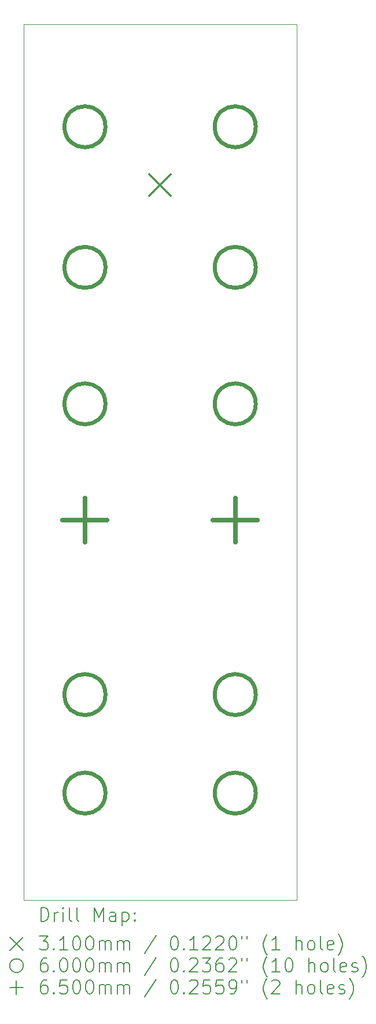
<source format=gbr>
%FSLAX45Y45*%
G04 Gerber Fmt 4.5, Leading zero omitted, Abs format (unit mm)*
G04 Created by KiCad (PCBNEW (6.0.6)) date 2022-10-26 12:52:25*
%MOMM*%
%LPD*%
G01*
G04 APERTURE LIST*
%TA.AperFunction,Profile*%
%ADD10C,0.050000*%
%TD*%
%ADD11C,0.200000*%
%ADD12C,0.310000*%
%ADD13C,0.600000*%
%ADD14C,0.650000*%
G04 APERTURE END LIST*
D10*
X11750000Y-2200000D02*
X11750000Y-14550000D01*
X11750000Y-15000000D02*
X11750000Y-14550000D01*
X11750000Y-2200000D02*
X15750000Y-2200000D01*
X15750000Y-15000000D02*
X11750000Y-15000000D01*
X15750000Y-2200000D02*
X15750000Y-15000000D01*
D11*
D12*
X13595000Y-4395000D02*
X13905000Y-4705000D01*
X13905000Y-4395000D02*
X13595000Y-4705000D01*
D13*
X12950000Y-3700000D02*
G75*
G03*
X12950000Y-3700000I-300000J0D01*
G01*
X12950000Y-5755000D02*
G75*
G03*
X12950000Y-5755000I-300000J0D01*
G01*
X12950000Y-7750000D02*
G75*
G03*
X12950000Y-7750000I-300000J0D01*
G01*
X12950000Y-12000000D02*
G75*
G03*
X12950000Y-12000000I-300000J0D01*
G01*
X12950000Y-13440000D02*
G75*
G03*
X12950000Y-13440000I-300000J0D01*
G01*
X15150000Y-3700000D02*
G75*
G03*
X15150000Y-3700000I-300000J0D01*
G01*
X15150000Y-5755000D02*
G75*
G03*
X15150000Y-5755000I-300000J0D01*
G01*
X15150000Y-7750000D02*
G75*
G03*
X15150000Y-7750000I-300000J0D01*
G01*
X15150000Y-12000000D02*
G75*
G03*
X15150000Y-12000000I-300000J0D01*
G01*
X15150000Y-13440000D02*
G75*
G03*
X15150000Y-13440000I-300000J0D01*
G01*
D14*
X12650000Y-9125000D02*
X12650000Y-9775000D01*
X12325000Y-9450000D02*
X12975000Y-9450000D01*
X14850000Y-9125000D02*
X14850000Y-9775000D01*
X14525000Y-9450000D02*
X15175000Y-9450000D01*
D11*
X12005119Y-15312976D02*
X12005119Y-15112976D01*
X12052738Y-15112976D01*
X12081309Y-15122500D01*
X12100357Y-15141548D01*
X12109881Y-15160595D01*
X12119405Y-15198690D01*
X12119405Y-15227262D01*
X12109881Y-15265357D01*
X12100357Y-15284405D01*
X12081309Y-15303452D01*
X12052738Y-15312976D01*
X12005119Y-15312976D01*
X12205119Y-15312976D02*
X12205119Y-15179643D01*
X12205119Y-15217738D02*
X12214643Y-15198690D01*
X12224166Y-15189167D01*
X12243214Y-15179643D01*
X12262262Y-15179643D01*
X12328928Y-15312976D02*
X12328928Y-15179643D01*
X12328928Y-15112976D02*
X12319405Y-15122500D01*
X12328928Y-15132024D01*
X12338452Y-15122500D01*
X12328928Y-15112976D01*
X12328928Y-15132024D01*
X12452738Y-15312976D02*
X12433690Y-15303452D01*
X12424166Y-15284405D01*
X12424166Y-15112976D01*
X12557500Y-15312976D02*
X12538452Y-15303452D01*
X12528928Y-15284405D01*
X12528928Y-15112976D01*
X12786071Y-15312976D02*
X12786071Y-15112976D01*
X12852738Y-15255833D01*
X12919405Y-15112976D01*
X12919405Y-15312976D01*
X13100357Y-15312976D02*
X13100357Y-15208214D01*
X13090833Y-15189167D01*
X13071786Y-15179643D01*
X13033690Y-15179643D01*
X13014643Y-15189167D01*
X13100357Y-15303452D02*
X13081309Y-15312976D01*
X13033690Y-15312976D01*
X13014643Y-15303452D01*
X13005119Y-15284405D01*
X13005119Y-15265357D01*
X13014643Y-15246309D01*
X13033690Y-15236786D01*
X13081309Y-15236786D01*
X13100357Y-15227262D01*
X13195595Y-15179643D02*
X13195595Y-15379643D01*
X13195595Y-15189167D02*
X13214643Y-15179643D01*
X13252738Y-15179643D01*
X13271786Y-15189167D01*
X13281309Y-15198690D01*
X13290833Y-15217738D01*
X13290833Y-15274881D01*
X13281309Y-15293928D01*
X13271786Y-15303452D01*
X13252738Y-15312976D01*
X13214643Y-15312976D01*
X13195595Y-15303452D01*
X13376547Y-15293928D02*
X13386071Y-15303452D01*
X13376547Y-15312976D01*
X13367024Y-15303452D01*
X13376547Y-15293928D01*
X13376547Y-15312976D01*
X13376547Y-15189167D02*
X13386071Y-15198690D01*
X13376547Y-15208214D01*
X13367024Y-15198690D01*
X13376547Y-15189167D01*
X13376547Y-15208214D01*
X11547500Y-15542500D02*
X11747500Y-15742500D01*
X11747500Y-15542500D02*
X11547500Y-15742500D01*
X11986071Y-15532976D02*
X12109881Y-15532976D01*
X12043214Y-15609167D01*
X12071786Y-15609167D01*
X12090833Y-15618690D01*
X12100357Y-15628214D01*
X12109881Y-15647262D01*
X12109881Y-15694881D01*
X12100357Y-15713928D01*
X12090833Y-15723452D01*
X12071786Y-15732976D01*
X12014643Y-15732976D01*
X11995595Y-15723452D01*
X11986071Y-15713928D01*
X12195595Y-15713928D02*
X12205119Y-15723452D01*
X12195595Y-15732976D01*
X12186071Y-15723452D01*
X12195595Y-15713928D01*
X12195595Y-15732976D01*
X12395595Y-15732976D02*
X12281309Y-15732976D01*
X12338452Y-15732976D02*
X12338452Y-15532976D01*
X12319405Y-15561548D01*
X12300357Y-15580595D01*
X12281309Y-15590119D01*
X12519405Y-15532976D02*
X12538452Y-15532976D01*
X12557500Y-15542500D01*
X12567024Y-15552024D01*
X12576547Y-15571071D01*
X12586071Y-15609167D01*
X12586071Y-15656786D01*
X12576547Y-15694881D01*
X12567024Y-15713928D01*
X12557500Y-15723452D01*
X12538452Y-15732976D01*
X12519405Y-15732976D01*
X12500357Y-15723452D01*
X12490833Y-15713928D01*
X12481309Y-15694881D01*
X12471786Y-15656786D01*
X12471786Y-15609167D01*
X12481309Y-15571071D01*
X12490833Y-15552024D01*
X12500357Y-15542500D01*
X12519405Y-15532976D01*
X12709881Y-15532976D02*
X12728928Y-15532976D01*
X12747976Y-15542500D01*
X12757500Y-15552024D01*
X12767024Y-15571071D01*
X12776547Y-15609167D01*
X12776547Y-15656786D01*
X12767024Y-15694881D01*
X12757500Y-15713928D01*
X12747976Y-15723452D01*
X12728928Y-15732976D01*
X12709881Y-15732976D01*
X12690833Y-15723452D01*
X12681309Y-15713928D01*
X12671786Y-15694881D01*
X12662262Y-15656786D01*
X12662262Y-15609167D01*
X12671786Y-15571071D01*
X12681309Y-15552024D01*
X12690833Y-15542500D01*
X12709881Y-15532976D01*
X12862262Y-15732976D02*
X12862262Y-15599643D01*
X12862262Y-15618690D02*
X12871786Y-15609167D01*
X12890833Y-15599643D01*
X12919405Y-15599643D01*
X12938452Y-15609167D01*
X12947976Y-15628214D01*
X12947976Y-15732976D01*
X12947976Y-15628214D02*
X12957500Y-15609167D01*
X12976547Y-15599643D01*
X13005119Y-15599643D01*
X13024166Y-15609167D01*
X13033690Y-15628214D01*
X13033690Y-15732976D01*
X13128928Y-15732976D02*
X13128928Y-15599643D01*
X13128928Y-15618690D02*
X13138452Y-15609167D01*
X13157500Y-15599643D01*
X13186071Y-15599643D01*
X13205119Y-15609167D01*
X13214643Y-15628214D01*
X13214643Y-15732976D01*
X13214643Y-15628214D02*
X13224166Y-15609167D01*
X13243214Y-15599643D01*
X13271786Y-15599643D01*
X13290833Y-15609167D01*
X13300357Y-15628214D01*
X13300357Y-15732976D01*
X13690833Y-15523452D02*
X13519405Y-15780595D01*
X13947976Y-15532976D02*
X13967024Y-15532976D01*
X13986071Y-15542500D01*
X13995595Y-15552024D01*
X14005119Y-15571071D01*
X14014643Y-15609167D01*
X14014643Y-15656786D01*
X14005119Y-15694881D01*
X13995595Y-15713928D01*
X13986071Y-15723452D01*
X13967024Y-15732976D01*
X13947976Y-15732976D01*
X13928928Y-15723452D01*
X13919405Y-15713928D01*
X13909881Y-15694881D01*
X13900357Y-15656786D01*
X13900357Y-15609167D01*
X13909881Y-15571071D01*
X13919405Y-15552024D01*
X13928928Y-15542500D01*
X13947976Y-15532976D01*
X14100357Y-15713928D02*
X14109881Y-15723452D01*
X14100357Y-15732976D01*
X14090833Y-15723452D01*
X14100357Y-15713928D01*
X14100357Y-15732976D01*
X14300357Y-15732976D02*
X14186071Y-15732976D01*
X14243214Y-15732976D02*
X14243214Y-15532976D01*
X14224166Y-15561548D01*
X14205119Y-15580595D01*
X14186071Y-15590119D01*
X14376547Y-15552024D02*
X14386071Y-15542500D01*
X14405119Y-15532976D01*
X14452738Y-15532976D01*
X14471786Y-15542500D01*
X14481309Y-15552024D01*
X14490833Y-15571071D01*
X14490833Y-15590119D01*
X14481309Y-15618690D01*
X14367024Y-15732976D01*
X14490833Y-15732976D01*
X14567024Y-15552024D02*
X14576547Y-15542500D01*
X14595595Y-15532976D01*
X14643214Y-15532976D01*
X14662262Y-15542500D01*
X14671786Y-15552024D01*
X14681309Y-15571071D01*
X14681309Y-15590119D01*
X14671786Y-15618690D01*
X14557500Y-15732976D01*
X14681309Y-15732976D01*
X14805119Y-15532976D02*
X14824166Y-15532976D01*
X14843214Y-15542500D01*
X14852738Y-15552024D01*
X14862262Y-15571071D01*
X14871786Y-15609167D01*
X14871786Y-15656786D01*
X14862262Y-15694881D01*
X14852738Y-15713928D01*
X14843214Y-15723452D01*
X14824166Y-15732976D01*
X14805119Y-15732976D01*
X14786071Y-15723452D01*
X14776547Y-15713928D01*
X14767024Y-15694881D01*
X14757500Y-15656786D01*
X14757500Y-15609167D01*
X14767024Y-15571071D01*
X14776547Y-15552024D01*
X14786071Y-15542500D01*
X14805119Y-15532976D01*
X14947976Y-15532976D02*
X14947976Y-15571071D01*
X15024166Y-15532976D02*
X15024166Y-15571071D01*
X15319405Y-15809167D02*
X15309881Y-15799643D01*
X15290833Y-15771071D01*
X15281309Y-15752024D01*
X15271786Y-15723452D01*
X15262262Y-15675833D01*
X15262262Y-15637738D01*
X15271786Y-15590119D01*
X15281309Y-15561548D01*
X15290833Y-15542500D01*
X15309881Y-15513928D01*
X15319405Y-15504405D01*
X15500357Y-15732976D02*
X15386071Y-15732976D01*
X15443214Y-15732976D02*
X15443214Y-15532976D01*
X15424166Y-15561548D01*
X15405119Y-15580595D01*
X15386071Y-15590119D01*
X15738452Y-15732976D02*
X15738452Y-15532976D01*
X15824166Y-15732976D02*
X15824166Y-15628214D01*
X15814643Y-15609167D01*
X15795595Y-15599643D01*
X15767024Y-15599643D01*
X15747976Y-15609167D01*
X15738452Y-15618690D01*
X15947976Y-15732976D02*
X15928928Y-15723452D01*
X15919405Y-15713928D01*
X15909881Y-15694881D01*
X15909881Y-15637738D01*
X15919405Y-15618690D01*
X15928928Y-15609167D01*
X15947976Y-15599643D01*
X15976547Y-15599643D01*
X15995595Y-15609167D01*
X16005119Y-15618690D01*
X16014643Y-15637738D01*
X16014643Y-15694881D01*
X16005119Y-15713928D01*
X15995595Y-15723452D01*
X15976547Y-15732976D01*
X15947976Y-15732976D01*
X16128928Y-15732976D02*
X16109881Y-15723452D01*
X16100357Y-15704405D01*
X16100357Y-15532976D01*
X16281309Y-15723452D02*
X16262262Y-15732976D01*
X16224166Y-15732976D01*
X16205119Y-15723452D01*
X16195595Y-15704405D01*
X16195595Y-15628214D01*
X16205119Y-15609167D01*
X16224166Y-15599643D01*
X16262262Y-15599643D01*
X16281309Y-15609167D01*
X16290833Y-15628214D01*
X16290833Y-15647262D01*
X16195595Y-15666309D01*
X16357500Y-15809167D02*
X16367024Y-15799643D01*
X16386071Y-15771071D01*
X16395595Y-15752024D01*
X16405119Y-15723452D01*
X16414643Y-15675833D01*
X16414643Y-15637738D01*
X16405119Y-15590119D01*
X16395595Y-15561548D01*
X16386071Y-15542500D01*
X16367024Y-15513928D01*
X16357500Y-15504405D01*
X11747500Y-15962500D02*
G75*
G03*
X11747500Y-15962500I-100000J0D01*
G01*
X12090833Y-15852976D02*
X12052738Y-15852976D01*
X12033690Y-15862500D01*
X12024166Y-15872024D01*
X12005119Y-15900595D01*
X11995595Y-15938690D01*
X11995595Y-16014881D01*
X12005119Y-16033928D01*
X12014643Y-16043452D01*
X12033690Y-16052976D01*
X12071786Y-16052976D01*
X12090833Y-16043452D01*
X12100357Y-16033928D01*
X12109881Y-16014881D01*
X12109881Y-15967262D01*
X12100357Y-15948214D01*
X12090833Y-15938690D01*
X12071786Y-15929167D01*
X12033690Y-15929167D01*
X12014643Y-15938690D01*
X12005119Y-15948214D01*
X11995595Y-15967262D01*
X12195595Y-16033928D02*
X12205119Y-16043452D01*
X12195595Y-16052976D01*
X12186071Y-16043452D01*
X12195595Y-16033928D01*
X12195595Y-16052976D01*
X12328928Y-15852976D02*
X12347976Y-15852976D01*
X12367024Y-15862500D01*
X12376547Y-15872024D01*
X12386071Y-15891071D01*
X12395595Y-15929167D01*
X12395595Y-15976786D01*
X12386071Y-16014881D01*
X12376547Y-16033928D01*
X12367024Y-16043452D01*
X12347976Y-16052976D01*
X12328928Y-16052976D01*
X12309881Y-16043452D01*
X12300357Y-16033928D01*
X12290833Y-16014881D01*
X12281309Y-15976786D01*
X12281309Y-15929167D01*
X12290833Y-15891071D01*
X12300357Y-15872024D01*
X12309881Y-15862500D01*
X12328928Y-15852976D01*
X12519405Y-15852976D02*
X12538452Y-15852976D01*
X12557500Y-15862500D01*
X12567024Y-15872024D01*
X12576547Y-15891071D01*
X12586071Y-15929167D01*
X12586071Y-15976786D01*
X12576547Y-16014881D01*
X12567024Y-16033928D01*
X12557500Y-16043452D01*
X12538452Y-16052976D01*
X12519405Y-16052976D01*
X12500357Y-16043452D01*
X12490833Y-16033928D01*
X12481309Y-16014881D01*
X12471786Y-15976786D01*
X12471786Y-15929167D01*
X12481309Y-15891071D01*
X12490833Y-15872024D01*
X12500357Y-15862500D01*
X12519405Y-15852976D01*
X12709881Y-15852976D02*
X12728928Y-15852976D01*
X12747976Y-15862500D01*
X12757500Y-15872024D01*
X12767024Y-15891071D01*
X12776547Y-15929167D01*
X12776547Y-15976786D01*
X12767024Y-16014881D01*
X12757500Y-16033928D01*
X12747976Y-16043452D01*
X12728928Y-16052976D01*
X12709881Y-16052976D01*
X12690833Y-16043452D01*
X12681309Y-16033928D01*
X12671786Y-16014881D01*
X12662262Y-15976786D01*
X12662262Y-15929167D01*
X12671786Y-15891071D01*
X12681309Y-15872024D01*
X12690833Y-15862500D01*
X12709881Y-15852976D01*
X12862262Y-16052976D02*
X12862262Y-15919643D01*
X12862262Y-15938690D02*
X12871786Y-15929167D01*
X12890833Y-15919643D01*
X12919405Y-15919643D01*
X12938452Y-15929167D01*
X12947976Y-15948214D01*
X12947976Y-16052976D01*
X12947976Y-15948214D02*
X12957500Y-15929167D01*
X12976547Y-15919643D01*
X13005119Y-15919643D01*
X13024166Y-15929167D01*
X13033690Y-15948214D01*
X13033690Y-16052976D01*
X13128928Y-16052976D02*
X13128928Y-15919643D01*
X13128928Y-15938690D02*
X13138452Y-15929167D01*
X13157500Y-15919643D01*
X13186071Y-15919643D01*
X13205119Y-15929167D01*
X13214643Y-15948214D01*
X13214643Y-16052976D01*
X13214643Y-15948214D02*
X13224166Y-15929167D01*
X13243214Y-15919643D01*
X13271786Y-15919643D01*
X13290833Y-15929167D01*
X13300357Y-15948214D01*
X13300357Y-16052976D01*
X13690833Y-15843452D02*
X13519405Y-16100595D01*
X13947976Y-15852976D02*
X13967024Y-15852976D01*
X13986071Y-15862500D01*
X13995595Y-15872024D01*
X14005119Y-15891071D01*
X14014643Y-15929167D01*
X14014643Y-15976786D01*
X14005119Y-16014881D01*
X13995595Y-16033928D01*
X13986071Y-16043452D01*
X13967024Y-16052976D01*
X13947976Y-16052976D01*
X13928928Y-16043452D01*
X13919405Y-16033928D01*
X13909881Y-16014881D01*
X13900357Y-15976786D01*
X13900357Y-15929167D01*
X13909881Y-15891071D01*
X13919405Y-15872024D01*
X13928928Y-15862500D01*
X13947976Y-15852976D01*
X14100357Y-16033928D02*
X14109881Y-16043452D01*
X14100357Y-16052976D01*
X14090833Y-16043452D01*
X14100357Y-16033928D01*
X14100357Y-16052976D01*
X14186071Y-15872024D02*
X14195595Y-15862500D01*
X14214643Y-15852976D01*
X14262262Y-15852976D01*
X14281309Y-15862500D01*
X14290833Y-15872024D01*
X14300357Y-15891071D01*
X14300357Y-15910119D01*
X14290833Y-15938690D01*
X14176547Y-16052976D01*
X14300357Y-16052976D01*
X14367024Y-15852976D02*
X14490833Y-15852976D01*
X14424166Y-15929167D01*
X14452738Y-15929167D01*
X14471786Y-15938690D01*
X14481309Y-15948214D01*
X14490833Y-15967262D01*
X14490833Y-16014881D01*
X14481309Y-16033928D01*
X14471786Y-16043452D01*
X14452738Y-16052976D01*
X14395595Y-16052976D01*
X14376547Y-16043452D01*
X14367024Y-16033928D01*
X14662262Y-15852976D02*
X14624166Y-15852976D01*
X14605119Y-15862500D01*
X14595595Y-15872024D01*
X14576547Y-15900595D01*
X14567024Y-15938690D01*
X14567024Y-16014881D01*
X14576547Y-16033928D01*
X14586071Y-16043452D01*
X14605119Y-16052976D01*
X14643214Y-16052976D01*
X14662262Y-16043452D01*
X14671786Y-16033928D01*
X14681309Y-16014881D01*
X14681309Y-15967262D01*
X14671786Y-15948214D01*
X14662262Y-15938690D01*
X14643214Y-15929167D01*
X14605119Y-15929167D01*
X14586071Y-15938690D01*
X14576547Y-15948214D01*
X14567024Y-15967262D01*
X14757500Y-15872024D02*
X14767024Y-15862500D01*
X14786071Y-15852976D01*
X14833690Y-15852976D01*
X14852738Y-15862500D01*
X14862262Y-15872024D01*
X14871786Y-15891071D01*
X14871786Y-15910119D01*
X14862262Y-15938690D01*
X14747976Y-16052976D01*
X14871786Y-16052976D01*
X14947976Y-15852976D02*
X14947976Y-15891071D01*
X15024166Y-15852976D02*
X15024166Y-15891071D01*
X15319405Y-16129167D02*
X15309881Y-16119643D01*
X15290833Y-16091071D01*
X15281309Y-16072024D01*
X15271786Y-16043452D01*
X15262262Y-15995833D01*
X15262262Y-15957738D01*
X15271786Y-15910119D01*
X15281309Y-15881548D01*
X15290833Y-15862500D01*
X15309881Y-15833928D01*
X15319405Y-15824405D01*
X15500357Y-16052976D02*
X15386071Y-16052976D01*
X15443214Y-16052976D02*
X15443214Y-15852976D01*
X15424166Y-15881548D01*
X15405119Y-15900595D01*
X15386071Y-15910119D01*
X15624166Y-15852976D02*
X15643214Y-15852976D01*
X15662262Y-15862500D01*
X15671786Y-15872024D01*
X15681309Y-15891071D01*
X15690833Y-15929167D01*
X15690833Y-15976786D01*
X15681309Y-16014881D01*
X15671786Y-16033928D01*
X15662262Y-16043452D01*
X15643214Y-16052976D01*
X15624166Y-16052976D01*
X15605119Y-16043452D01*
X15595595Y-16033928D01*
X15586071Y-16014881D01*
X15576547Y-15976786D01*
X15576547Y-15929167D01*
X15586071Y-15891071D01*
X15595595Y-15872024D01*
X15605119Y-15862500D01*
X15624166Y-15852976D01*
X15928928Y-16052976D02*
X15928928Y-15852976D01*
X16014643Y-16052976D02*
X16014643Y-15948214D01*
X16005119Y-15929167D01*
X15986071Y-15919643D01*
X15957500Y-15919643D01*
X15938452Y-15929167D01*
X15928928Y-15938690D01*
X16138452Y-16052976D02*
X16119405Y-16043452D01*
X16109881Y-16033928D01*
X16100357Y-16014881D01*
X16100357Y-15957738D01*
X16109881Y-15938690D01*
X16119405Y-15929167D01*
X16138452Y-15919643D01*
X16167024Y-15919643D01*
X16186071Y-15929167D01*
X16195595Y-15938690D01*
X16205119Y-15957738D01*
X16205119Y-16014881D01*
X16195595Y-16033928D01*
X16186071Y-16043452D01*
X16167024Y-16052976D01*
X16138452Y-16052976D01*
X16319405Y-16052976D02*
X16300357Y-16043452D01*
X16290833Y-16024405D01*
X16290833Y-15852976D01*
X16471786Y-16043452D02*
X16452738Y-16052976D01*
X16414643Y-16052976D01*
X16395595Y-16043452D01*
X16386071Y-16024405D01*
X16386071Y-15948214D01*
X16395595Y-15929167D01*
X16414643Y-15919643D01*
X16452738Y-15919643D01*
X16471786Y-15929167D01*
X16481309Y-15948214D01*
X16481309Y-15967262D01*
X16386071Y-15986309D01*
X16557500Y-16043452D02*
X16576547Y-16052976D01*
X16614643Y-16052976D01*
X16633690Y-16043452D01*
X16643214Y-16024405D01*
X16643214Y-16014881D01*
X16633690Y-15995833D01*
X16614643Y-15986309D01*
X16586071Y-15986309D01*
X16567024Y-15976786D01*
X16557500Y-15957738D01*
X16557500Y-15948214D01*
X16567024Y-15929167D01*
X16586071Y-15919643D01*
X16614643Y-15919643D01*
X16633690Y-15929167D01*
X16709881Y-16129167D02*
X16719405Y-16119643D01*
X16738452Y-16091071D01*
X16747976Y-16072024D01*
X16757500Y-16043452D01*
X16767024Y-15995833D01*
X16767024Y-15957738D01*
X16757500Y-15910119D01*
X16747976Y-15881548D01*
X16738452Y-15862500D01*
X16719405Y-15833928D01*
X16709881Y-15824405D01*
X11647500Y-16182500D02*
X11647500Y-16382500D01*
X11547500Y-16282500D02*
X11747500Y-16282500D01*
X12090833Y-16172976D02*
X12052738Y-16172976D01*
X12033690Y-16182500D01*
X12024166Y-16192024D01*
X12005119Y-16220595D01*
X11995595Y-16258690D01*
X11995595Y-16334881D01*
X12005119Y-16353928D01*
X12014643Y-16363452D01*
X12033690Y-16372976D01*
X12071786Y-16372976D01*
X12090833Y-16363452D01*
X12100357Y-16353928D01*
X12109881Y-16334881D01*
X12109881Y-16287262D01*
X12100357Y-16268214D01*
X12090833Y-16258690D01*
X12071786Y-16249167D01*
X12033690Y-16249167D01*
X12014643Y-16258690D01*
X12005119Y-16268214D01*
X11995595Y-16287262D01*
X12195595Y-16353928D02*
X12205119Y-16363452D01*
X12195595Y-16372976D01*
X12186071Y-16363452D01*
X12195595Y-16353928D01*
X12195595Y-16372976D01*
X12386071Y-16172976D02*
X12290833Y-16172976D01*
X12281309Y-16268214D01*
X12290833Y-16258690D01*
X12309881Y-16249167D01*
X12357500Y-16249167D01*
X12376547Y-16258690D01*
X12386071Y-16268214D01*
X12395595Y-16287262D01*
X12395595Y-16334881D01*
X12386071Y-16353928D01*
X12376547Y-16363452D01*
X12357500Y-16372976D01*
X12309881Y-16372976D01*
X12290833Y-16363452D01*
X12281309Y-16353928D01*
X12519405Y-16172976D02*
X12538452Y-16172976D01*
X12557500Y-16182500D01*
X12567024Y-16192024D01*
X12576547Y-16211071D01*
X12586071Y-16249167D01*
X12586071Y-16296786D01*
X12576547Y-16334881D01*
X12567024Y-16353928D01*
X12557500Y-16363452D01*
X12538452Y-16372976D01*
X12519405Y-16372976D01*
X12500357Y-16363452D01*
X12490833Y-16353928D01*
X12481309Y-16334881D01*
X12471786Y-16296786D01*
X12471786Y-16249167D01*
X12481309Y-16211071D01*
X12490833Y-16192024D01*
X12500357Y-16182500D01*
X12519405Y-16172976D01*
X12709881Y-16172976D02*
X12728928Y-16172976D01*
X12747976Y-16182500D01*
X12757500Y-16192024D01*
X12767024Y-16211071D01*
X12776547Y-16249167D01*
X12776547Y-16296786D01*
X12767024Y-16334881D01*
X12757500Y-16353928D01*
X12747976Y-16363452D01*
X12728928Y-16372976D01*
X12709881Y-16372976D01*
X12690833Y-16363452D01*
X12681309Y-16353928D01*
X12671786Y-16334881D01*
X12662262Y-16296786D01*
X12662262Y-16249167D01*
X12671786Y-16211071D01*
X12681309Y-16192024D01*
X12690833Y-16182500D01*
X12709881Y-16172976D01*
X12862262Y-16372976D02*
X12862262Y-16239643D01*
X12862262Y-16258690D02*
X12871786Y-16249167D01*
X12890833Y-16239643D01*
X12919405Y-16239643D01*
X12938452Y-16249167D01*
X12947976Y-16268214D01*
X12947976Y-16372976D01*
X12947976Y-16268214D02*
X12957500Y-16249167D01*
X12976547Y-16239643D01*
X13005119Y-16239643D01*
X13024166Y-16249167D01*
X13033690Y-16268214D01*
X13033690Y-16372976D01*
X13128928Y-16372976D02*
X13128928Y-16239643D01*
X13128928Y-16258690D02*
X13138452Y-16249167D01*
X13157500Y-16239643D01*
X13186071Y-16239643D01*
X13205119Y-16249167D01*
X13214643Y-16268214D01*
X13214643Y-16372976D01*
X13214643Y-16268214D02*
X13224166Y-16249167D01*
X13243214Y-16239643D01*
X13271786Y-16239643D01*
X13290833Y-16249167D01*
X13300357Y-16268214D01*
X13300357Y-16372976D01*
X13690833Y-16163452D02*
X13519405Y-16420595D01*
X13947976Y-16172976D02*
X13967024Y-16172976D01*
X13986071Y-16182500D01*
X13995595Y-16192024D01*
X14005119Y-16211071D01*
X14014643Y-16249167D01*
X14014643Y-16296786D01*
X14005119Y-16334881D01*
X13995595Y-16353928D01*
X13986071Y-16363452D01*
X13967024Y-16372976D01*
X13947976Y-16372976D01*
X13928928Y-16363452D01*
X13919405Y-16353928D01*
X13909881Y-16334881D01*
X13900357Y-16296786D01*
X13900357Y-16249167D01*
X13909881Y-16211071D01*
X13919405Y-16192024D01*
X13928928Y-16182500D01*
X13947976Y-16172976D01*
X14100357Y-16353928D02*
X14109881Y-16363452D01*
X14100357Y-16372976D01*
X14090833Y-16363452D01*
X14100357Y-16353928D01*
X14100357Y-16372976D01*
X14186071Y-16192024D02*
X14195595Y-16182500D01*
X14214643Y-16172976D01*
X14262262Y-16172976D01*
X14281309Y-16182500D01*
X14290833Y-16192024D01*
X14300357Y-16211071D01*
X14300357Y-16230119D01*
X14290833Y-16258690D01*
X14176547Y-16372976D01*
X14300357Y-16372976D01*
X14481309Y-16172976D02*
X14386071Y-16172976D01*
X14376547Y-16268214D01*
X14386071Y-16258690D01*
X14405119Y-16249167D01*
X14452738Y-16249167D01*
X14471786Y-16258690D01*
X14481309Y-16268214D01*
X14490833Y-16287262D01*
X14490833Y-16334881D01*
X14481309Y-16353928D01*
X14471786Y-16363452D01*
X14452738Y-16372976D01*
X14405119Y-16372976D01*
X14386071Y-16363452D01*
X14376547Y-16353928D01*
X14671786Y-16172976D02*
X14576547Y-16172976D01*
X14567024Y-16268214D01*
X14576547Y-16258690D01*
X14595595Y-16249167D01*
X14643214Y-16249167D01*
X14662262Y-16258690D01*
X14671786Y-16268214D01*
X14681309Y-16287262D01*
X14681309Y-16334881D01*
X14671786Y-16353928D01*
X14662262Y-16363452D01*
X14643214Y-16372976D01*
X14595595Y-16372976D01*
X14576547Y-16363452D01*
X14567024Y-16353928D01*
X14776547Y-16372976D02*
X14814643Y-16372976D01*
X14833690Y-16363452D01*
X14843214Y-16353928D01*
X14862262Y-16325357D01*
X14871786Y-16287262D01*
X14871786Y-16211071D01*
X14862262Y-16192024D01*
X14852738Y-16182500D01*
X14833690Y-16172976D01*
X14795595Y-16172976D01*
X14776547Y-16182500D01*
X14767024Y-16192024D01*
X14757500Y-16211071D01*
X14757500Y-16258690D01*
X14767024Y-16277738D01*
X14776547Y-16287262D01*
X14795595Y-16296786D01*
X14833690Y-16296786D01*
X14852738Y-16287262D01*
X14862262Y-16277738D01*
X14871786Y-16258690D01*
X14947976Y-16172976D02*
X14947976Y-16211071D01*
X15024166Y-16172976D02*
X15024166Y-16211071D01*
X15319405Y-16449167D02*
X15309881Y-16439643D01*
X15290833Y-16411071D01*
X15281309Y-16392024D01*
X15271786Y-16363452D01*
X15262262Y-16315833D01*
X15262262Y-16277738D01*
X15271786Y-16230119D01*
X15281309Y-16201548D01*
X15290833Y-16182500D01*
X15309881Y-16153928D01*
X15319405Y-16144405D01*
X15386071Y-16192024D02*
X15395595Y-16182500D01*
X15414643Y-16172976D01*
X15462262Y-16172976D01*
X15481309Y-16182500D01*
X15490833Y-16192024D01*
X15500357Y-16211071D01*
X15500357Y-16230119D01*
X15490833Y-16258690D01*
X15376547Y-16372976D01*
X15500357Y-16372976D01*
X15738452Y-16372976D02*
X15738452Y-16172976D01*
X15824166Y-16372976D02*
X15824166Y-16268214D01*
X15814643Y-16249167D01*
X15795595Y-16239643D01*
X15767024Y-16239643D01*
X15747976Y-16249167D01*
X15738452Y-16258690D01*
X15947976Y-16372976D02*
X15928928Y-16363452D01*
X15919405Y-16353928D01*
X15909881Y-16334881D01*
X15909881Y-16277738D01*
X15919405Y-16258690D01*
X15928928Y-16249167D01*
X15947976Y-16239643D01*
X15976547Y-16239643D01*
X15995595Y-16249167D01*
X16005119Y-16258690D01*
X16014643Y-16277738D01*
X16014643Y-16334881D01*
X16005119Y-16353928D01*
X15995595Y-16363452D01*
X15976547Y-16372976D01*
X15947976Y-16372976D01*
X16128928Y-16372976D02*
X16109881Y-16363452D01*
X16100357Y-16344405D01*
X16100357Y-16172976D01*
X16281309Y-16363452D02*
X16262262Y-16372976D01*
X16224166Y-16372976D01*
X16205119Y-16363452D01*
X16195595Y-16344405D01*
X16195595Y-16268214D01*
X16205119Y-16249167D01*
X16224166Y-16239643D01*
X16262262Y-16239643D01*
X16281309Y-16249167D01*
X16290833Y-16268214D01*
X16290833Y-16287262D01*
X16195595Y-16306309D01*
X16367024Y-16363452D02*
X16386071Y-16372976D01*
X16424166Y-16372976D01*
X16443214Y-16363452D01*
X16452738Y-16344405D01*
X16452738Y-16334881D01*
X16443214Y-16315833D01*
X16424166Y-16306309D01*
X16395595Y-16306309D01*
X16376547Y-16296786D01*
X16367024Y-16277738D01*
X16367024Y-16268214D01*
X16376547Y-16249167D01*
X16395595Y-16239643D01*
X16424166Y-16239643D01*
X16443214Y-16249167D01*
X16519405Y-16449167D02*
X16528928Y-16439643D01*
X16547976Y-16411071D01*
X16557500Y-16392024D01*
X16567024Y-16363452D01*
X16576547Y-16315833D01*
X16576547Y-16277738D01*
X16567024Y-16230119D01*
X16557500Y-16201548D01*
X16547976Y-16182500D01*
X16528928Y-16153928D01*
X16519405Y-16144405D01*
M02*

</source>
